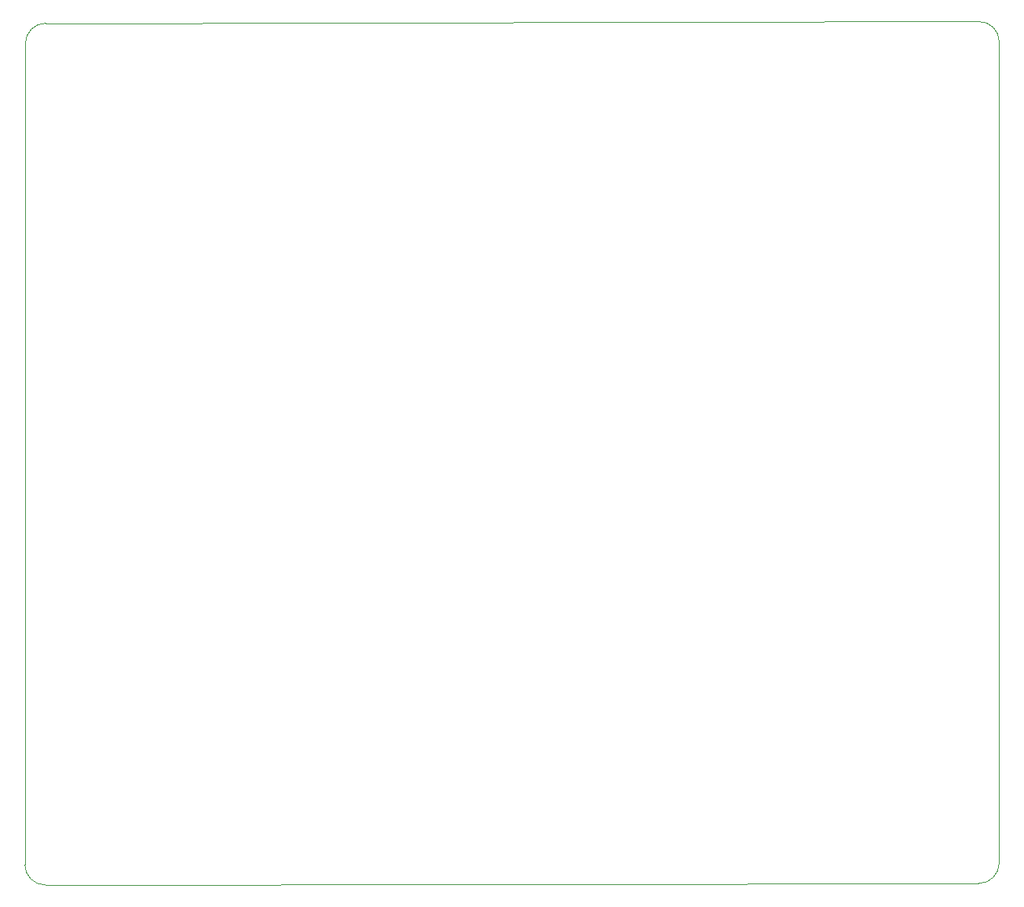
<source format=gbr>
%TF.GenerationSoftware,KiCad,Pcbnew,(5.99.0-9526-g5c17ff0595)*%
%TF.CreationDate,2021-07-07T23:04:22-05:00*%
%TF.ProjectId,Cafebabe Backplate,43616665-6261-4626-9520-4261636b706c,rev?*%
%TF.SameCoordinates,Original*%
%TF.FileFunction,Profile,NP*%
%FSLAX46Y46*%
G04 Gerber Fmt 4.6, Leading zero omitted, Abs format (unit mm)*
G04 Created by KiCad (PCBNEW (5.99.0-9526-g5c17ff0595)) date 2021-07-07 23:04:22*
%MOMM*%
%LPD*%
G01*
G04 APERTURE LIST*
%TA.AperFunction,Profile*%
%ADD10C,0.100000*%
%TD*%
G04 APERTURE END LIST*
D10*
X181402743Y-55745664D02*
X181400000Y-144400000D01*
X76411270Y-55961270D02*
G75*
G02*
X78611270Y-53761270I2200000J0D01*
G01*
X179202744Y-53590029D02*
X78611270Y-53761270D01*
X76355635Y-144555635D02*
G75*
G03*
X78555635Y-146755635I2200000J0D01*
G01*
X179200000Y-146600000D02*
X78555635Y-146755635D01*
X181402743Y-55745664D02*
G75*
G03*
X179202744Y-53590029I-2156082J0D01*
G01*
X76355635Y-144555635D02*
X76411270Y-55961270D01*
X179200000Y-146600000D02*
G75*
G03*
X181400000Y-144400000I0J2200000D01*
G01*
M02*

</source>
